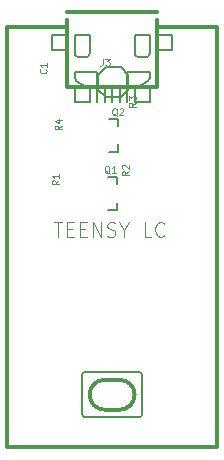
<source format=gbr>
G04 #@! TF.GenerationSoftware,KiCad,Pcbnew,(5.1.0)-1*
G04 #@! TF.CreationDate,2020-11-17T16:37:49-05:00*
G04 #@! TF.ProjectId,T61_LC_Scanner,5436315f-4c43-45f5-9363-616e6e65722e,rev?*
G04 #@! TF.SameCoordinates,Original*
G04 #@! TF.FileFunction,Legend,Top*
G04 #@! TF.FilePolarity,Positive*
%FSLAX46Y46*%
G04 Gerber Fmt 4.6, Leading zero omitted, Abs format (unit mm)*
G04 Created by KiCad (PCBNEW (5.1.0)-1) date 2020-11-17 16:37:49*
%MOMM*%
%LPD*%
G04 APERTURE LIST*
%ADD10C,0.203200*%
%ADD11C,0.304800*%
%ADD12C,0.127000*%
%ADD13C,0.115824*%
%ADD14C,0.101600*%
G04 APERTURE END LIST*
D10*
X132998000Y-95613700D02*
X132198000Y-95613700D01*
X132998000Y-95013700D02*
X132998000Y-95613700D01*
X132998000Y-92813700D02*
X132198000Y-92813700D01*
X132998000Y-93413700D02*
X132998000Y-92813700D01*
X133095000Y-90650500D02*
X132295000Y-90650500D01*
X133095000Y-90050500D02*
X133095000Y-90650500D01*
X133095000Y-87850500D02*
X132295000Y-87850500D01*
X133095000Y-88450500D02*
X133095000Y-87850500D01*
D11*
X136368000Y-79486800D02*
X136368000Y-85201800D01*
X128748000Y-79486800D02*
X128748000Y-85201800D01*
D12*
X137638000Y-82026800D02*
X137638000Y-80756800D01*
X136368000Y-82026800D02*
X137638000Y-82026800D01*
X136368000Y-80756800D02*
X137638000Y-80756800D01*
X127478000Y-82026800D02*
X127478000Y-80756800D01*
X128748000Y-82026800D02*
X127478000Y-82026800D01*
X129524385Y-84661057D02*
X130335500Y-85201800D01*
X129524385Y-84661059D02*
G75*
G02X129383000Y-84396879I176117J264179D01*
G01*
X129383000Y-83931800D02*
X129383000Y-84396879D01*
X131288000Y-83931800D02*
X129383000Y-83931800D01*
X131288000Y-85201800D02*
X131288000Y-83931800D01*
X135591615Y-84661057D02*
X134780500Y-85201800D01*
X135591615Y-84661059D02*
G75*
G03X135733000Y-84396879I-176117J264179D01*
G01*
X135733000Y-83931800D02*
X135733000Y-84396879D01*
X133828000Y-83931800D02*
X135733000Y-83931800D01*
X133828000Y-85201800D02*
X133828000Y-83931800D01*
X130653000Y-80756800D02*
X129383000Y-80756800D01*
X135733000Y-80756800D02*
X134463000Y-80756800D01*
X130653000Y-82344300D02*
X130653000Y-80756800D01*
X130653000Y-82344300D02*
G75*
G02X130335500Y-82661800I-317500J0D01*
G01*
X129700500Y-82661800D02*
X130335500Y-82661800D01*
X129700500Y-82661800D02*
G75*
G02X129383000Y-82344300I0J317500D01*
G01*
X129383000Y-80756800D02*
X129383000Y-82344300D01*
X134463000Y-82344300D02*
X134463000Y-80756800D01*
X134463000Y-82344300D02*
G75*
G03X134780500Y-82661800I317500J0D01*
G01*
X135415500Y-82661800D02*
X134780500Y-82661800D01*
X135415500Y-82661800D02*
G75*
G03X135733000Y-82344300I0J317500D01*
G01*
X135733000Y-80756800D02*
X135733000Y-82344300D01*
X128748000Y-80756800D02*
X127478000Y-80756800D01*
X129383000Y-86471800D02*
X129383000Y-85201800D01*
X130653000Y-86471800D02*
X129383000Y-86471800D01*
X130653000Y-85201800D02*
X130653000Y-86471800D01*
X135733000Y-86471800D02*
X135733000Y-85201800D01*
X134463000Y-86471800D02*
X135733000Y-86471800D01*
X134463000Y-85201800D02*
X134463000Y-86471800D01*
X131288000Y-85201800D02*
X131288000Y-86471800D01*
X131923000Y-85201800D02*
X131923000Y-86471800D01*
X133828000Y-85201800D02*
X133828000Y-86471800D01*
X133193000Y-85201800D02*
X133193000Y-86471800D01*
X132558000Y-85201800D02*
X132558000Y-86471800D01*
D11*
X135733000Y-85201800D02*
X136368000Y-85201800D01*
X134780500Y-85201800D02*
X135733000Y-85201800D01*
X134463000Y-85201800D02*
X134780500Y-85201800D01*
X133828000Y-85201800D02*
X134463000Y-85201800D01*
X133193000Y-85201800D02*
X133828000Y-85201800D01*
X132558000Y-85201800D02*
X133193000Y-85201800D01*
X131923000Y-85201800D02*
X132558000Y-85201800D01*
X131288000Y-85201800D02*
X131923000Y-85201800D01*
X130653000Y-85201800D02*
X131288000Y-85201800D01*
X130335500Y-85201800D02*
X130653000Y-85201800D01*
X129383000Y-85201800D02*
X130335500Y-85201800D01*
X128748000Y-85201800D02*
X129383000Y-85201800D01*
X136368000Y-78851800D02*
X128748000Y-78851800D01*
X130653001Y-111236799D02*
G75*
G03X131923000Y-112506800I1270000J-1D01*
G01*
X133193000Y-112506800D02*
X131923000Y-112506800D01*
X133192999Y-112506801D02*
G75*
G03X134463000Y-111236800I0J1270001D01*
G01*
X134462999Y-111236801D02*
G75*
G03X133193000Y-109966800I-1270000J1D01*
G01*
X131923000Y-109966800D02*
X133193000Y-109966800D01*
X131923001Y-109966799D02*
G75*
G03X130653000Y-111236800I0J-1270001D01*
G01*
D12*
X130018000Y-109585800D02*
G75*
G02X130272000Y-109331800I254000J0D01*
G01*
X134844000Y-109331800D02*
X130272000Y-109331800D01*
X134844000Y-109331800D02*
G75*
G02X135098000Y-109585800I0J-254000D01*
G01*
X135098000Y-112887800D02*
X135098000Y-109585800D01*
X135098000Y-112887800D02*
G75*
G02X134844000Y-113141800I-254000J0D01*
G01*
X130272000Y-113141800D02*
X134844000Y-113141800D01*
X130272000Y-113141800D02*
G75*
G02X130018000Y-112887800I0J254000D01*
G01*
X130018000Y-109585800D02*
X130018000Y-112887800D01*
D11*
X123668000Y-80121800D02*
X128748000Y-80121800D01*
X141448000Y-80121800D02*
X136368000Y-80121800D01*
X141448000Y-115681800D02*
X123668000Y-115681800D01*
X123668000Y-115681800D02*
X123668000Y-80121800D01*
X141448000Y-80121800D02*
X141448000Y-115681800D01*
D10*
X133920000Y-84165000D02*
X133285000Y-83530000D01*
X133285000Y-83530000D02*
X132015000Y-83530000D01*
X132015000Y-83530000D02*
X131380000Y-84165000D01*
X131380000Y-84165000D02*
X131380000Y-85435000D01*
X131380000Y-85435000D02*
X132015000Y-86070000D01*
X132015000Y-86070000D02*
X133285000Y-86070000D01*
X133285000Y-86070000D02*
X133920000Y-85435000D01*
X133920000Y-85435000D02*
X133920000Y-84165000D01*
D13*
X126952748Y-83680502D02*
X126980325Y-83708080D01*
X127007902Y-83790811D01*
X127007902Y-83845965D01*
X126980325Y-83928697D01*
X126925171Y-83983851D01*
X126870017Y-84011428D01*
X126759708Y-84039005D01*
X126676977Y-84039005D01*
X126566668Y-84011428D01*
X126511514Y-83983851D01*
X126456360Y-83928697D01*
X126428782Y-83845965D01*
X126428782Y-83790811D01*
X126456360Y-83708080D01*
X126483937Y-83680502D01*
X127007902Y-83128960D02*
X127007902Y-83459885D01*
X127007902Y-83294422D02*
X126428782Y-83294422D01*
X126511514Y-83349577D01*
X126566668Y-83404731D01*
X126594245Y-83459885D01*
X132335351Y-92519717D02*
X132280197Y-92492140D01*
X132225042Y-92436985D01*
X132142311Y-92354254D01*
X132087157Y-92326677D01*
X132032002Y-92326677D01*
X132059579Y-92464562D02*
X132004425Y-92436985D01*
X131949271Y-92381831D01*
X131921694Y-92271522D01*
X131921694Y-92078482D01*
X131949271Y-91968174D01*
X132004425Y-91913020D01*
X132059579Y-91885442D01*
X132169888Y-91885442D01*
X132225042Y-91913020D01*
X132280197Y-91968174D01*
X132307774Y-92078482D01*
X132307774Y-92271522D01*
X132280197Y-92381831D01*
X132225042Y-92436985D01*
X132169888Y-92464562D01*
X132059579Y-92464562D01*
X132859317Y-92464562D02*
X132528391Y-92464562D01*
X132693854Y-92464562D02*
X132693854Y-91885442D01*
X132638699Y-91968174D01*
X132583545Y-92023328D01*
X132528391Y-92050905D01*
X132994251Y-87627077D02*
X132939097Y-87599500D01*
X132883942Y-87544345D01*
X132801211Y-87461614D01*
X132746057Y-87434037D01*
X132690902Y-87434037D01*
X132718479Y-87571922D02*
X132663325Y-87544345D01*
X132608171Y-87489191D01*
X132580594Y-87378882D01*
X132580594Y-87185842D01*
X132608171Y-87075534D01*
X132663325Y-87020380D01*
X132718479Y-86992802D01*
X132828788Y-86992802D01*
X132883942Y-87020380D01*
X132939097Y-87075534D01*
X132966674Y-87185842D01*
X132966674Y-87378882D01*
X132939097Y-87489191D01*
X132883942Y-87544345D01*
X132828788Y-87571922D01*
X132718479Y-87571922D01*
X133187291Y-87047957D02*
X133214868Y-87020380D01*
X133270022Y-86992802D01*
X133407908Y-86992802D01*
X133463062Y-87020380D01*
X133490639Y-87047957D01*
X133518217Y-87103111D01*
X133518217Y-87158265D01*
X133490639Y-87240997D01*
X133159714Y-87571922D01*
X133518217Y-87571922D01*
X128039842Y-93094942D02*
X127764071Y-93287982D01*
X128039842Y-93425868D02*
X127460722Y-93425868D01*
X127460722Y-93205251D01*
X127488300Y-93150097D01*
X127515877Y-93122520D01*
X127571031Y-93094942D01*
X127653762Y-93094942D01*
X127708917Y-93122520D01*
X127736494Y-93150097D01*
X127764071Y-93205251D01*
X127764071Y-93425868D01*
X128039842Y-92543400D02*
X128039842Y-92874325D01*
X128039842Y-92708862D02*
X127460722Y-92708862D01*
X127543454Y-92764017D01*
X127598608Y-92819171D01*
X127626185Y-92874325D01*
X133961962Y-92324782D02*
X133686191Y-92517822D01*
X133961962Y-92655708D02*
X133382842Y-92655708D01*
X133382842Y-92435091D01*
X133410420Y-92379937D01*
X133437997Y-92352360D01*
X133493151Y-92324782D01*
X133575882Y-92324782D01*
X133631037Y-92352360D01*
X133658614Y-92379937D01*
X133686191Y-92435091D01*
X133686191Y-92655708D01*
X133437997Y-92104165D02*
X133410420Y-92076588D01*
X133382842Y-92021434D01*
X133382842Y-91883548D01*
X133410420Y-91828394D01*
X133437997Y-91800817D01*
X133493151Y-91773240D01*
X133548305Y-91773240D01*
X133631037Y-91800817D01*
X133961962Y-92131742D01*
X133961962Y-91773240D01*
X134553682Y-86511502D02*
X134277911Y-86704542D01*
X134553682Y-86842428D02*
X133974562Y-86842428D01*
X133974562Y-86621811D01*
X134002140Y-86566657D01*
X134029717Y-86539080D01*
X134084871Y-86511502D01*
X134167602Y-86511502D01*
X134222757Y-86539080D01*
X134250334Y-86566657D01*
X134277911Y-86621811D01*
X134277911Y-86842428D01*
X133974562Y-86318462D02*
X133974562Y-85959960D01*
X134195180Y-86153000D01*
X134195180Y-86070268D01*
X134222757Y-86015114D01*
X134250334Y-85987537D01*
X134305488Y-85959960D01*
X134443374Y-85959960D01*
X134498528Y-85987537D01*
X134526105Y-86015114D01*
X134553682Y-86070268D01*
X134553682Y-86235731D01*
X134526105Y-86290885D01*
X134498528Y-86318462D01*
X128284222Y-88445982D02*
X128008451Y-88639022D01*
X128284222Y-88776908D02*
X127705102Y-88776908D01*
X127705102Y-88556291D01*
X127732680Y-88501137D01*
X127760257Y-88473560D01*
X127815411Y-88445982D01*
X127898142Y-88445982D01*
X127953297Y-88473560D01*
X127980874Y-88501137D01*
X128008451Y-88556291D01*
X128008451Y-88776908D01*
X127898142Y-87949594D02*
X128284222Y-87949594D01*
X127677525Y-88087480D02*
X128091182Y-88225365D01*
X128091182Y-87866862D01*
D14*
X127658944Y-96637847D02*
X128348373Y-96637847D01*
X128003659Y-97844347D02*
X128003659Y-96637847D01*
X128750540Y-97212371D02*
X129152706Y-97212371D01*
X129325063Y-97844347D02*
X128750540Y-97844347D01*
X128750540Y-96637847D01*
X129325063Y-96637847D01*
X129842135Y-97212371D02*
X130244301Y-97212371D01*
X130416659Y-97844347D02*
X129842135Y-97844347D01*
X129842135Y-96637847D01*
X130416659Y-96637847D01*
X130933730Y-97844347D02*
X130933730Y-96637847D01*
X131623159Y-97844347D01*
X131623159Y-96637847D01*
X132140230Y-97786895D02*
X132312587Y-97844347D01*
X132599849Y-97844347D01*
X132714754Y-97786895D01*
X132772206Y-97729442D01*
X132829659Y-97614538D01*
X132829659Y-97499633D01*
X132772206Y-97384728D01*
X132714754Y-97327276D01*
X132599849Y-97269823D01*
X132370040Y-97212371D01*
X132255135Y-97154919D01*
X132197682Y-97097466D01*
X132140230Y-96982561D01*
X132140230Y-96867657D01*
X132197682Y-96752752D01*
X132255135Y-96695300D01*
X132370040Y-96637847D01*
X132657301Y-96637847D01*
X132829659Y-96695300D01*
X133576540Y-97269823D02*
X133576540Y-97844347D01*
X133174373Y-96637847D02*
X133576540Y-97269823D01*
X133978706Y-96637847D01*
X135874635Y-97844347D02*
X135300111Y-97844347D01*
X135300111Y-96637847D01*
X136966230Y-97729442D02*
X136908778Y-97786895D01*
X136736420Y-97844347D01*
X136621516Y-97844347D01*
X136449159Y-97786895D01*
X136334254Y-97671990D01*
X136276801Y-97557085D01*
X136219349Y-97327276D01*
X136219349Y-97154919D01*
X136276801Y-96925109D01*
X136334254Y-96810204D01*
X136449159Y-96695300D01*
X136621516Y-96637847D01*
X136736420Y-96637847D01*
X136908778Y-96695300D01*
X136966230Y-96752752D01*
D13*
X131758634Y-82796302D02*
X131758634Y-83209960D01*
X131731057Y-83292691D01*
X131675902Y-83347845D01*
X131593171Y-83375422D01*
X131538017Y-83375422D01*
X131979251Y-82796302D02*
X132337754Y-82796302D01*
X132144714Y-83016920D01*
X132227445Y-83016920D01*
X132282599Y-83044497D01*
X132310177Y-83072074D01*
X132337754Y-83127228D01*
X132337754Y-83265114D01*
X132310177Y-83320268D01*
X132282599Y-83347845D01*
X132227445Y-83375422D01*
X132061982Y-83375422D01*
X132006828Y-83347845D01*
X131979251Y-83320268D01*
M02*

</source>
